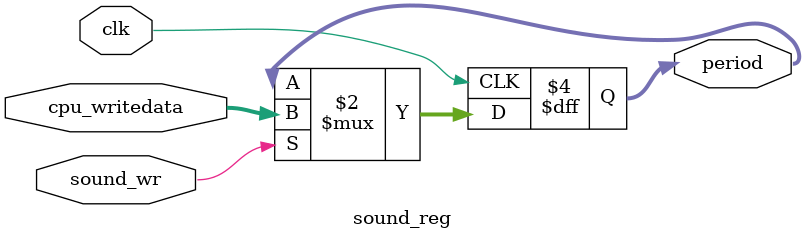
<source format=sv>
`timescale 1ns / 1ps

`default_nettype none
module sound_reg #(
    parameter wordsize = 32
)(
    input wire clk,
    input wire sound_wr,
    input wire [wordsize-1:0] cpu_writedata,
    output logic [31:0] period = 0
    );
    
    always_ff @(posedge clk) begin
        period <= sound_wr ? cpu_writedata : period;
    end
    
endmodule

</source>
